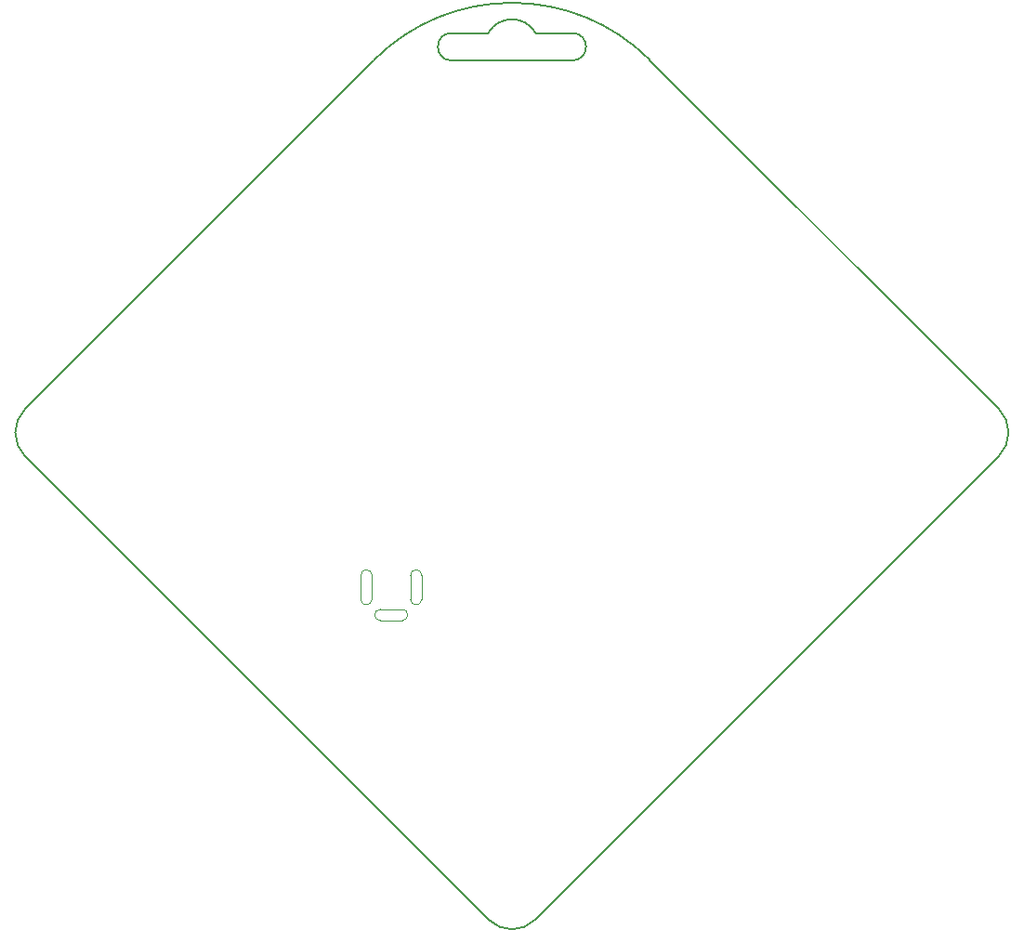
<source format=gm1>
G04 #@! TF.GenerationSoftware,KiCad,Pcbnew,7.0.8-7.0.8~ubuntu23.04.1*
G04 #@! TF.CreationDate,2023-11-14T21:47:51+00:00*
G04 #@! TF.ProjectId,demo-badge-2023,64656d6f-2d62-4616-9467-652d32303233,1*
G04 #@! TF.SameCoordinates,Original*
G04 #@! TF.FileFunction,Profile,NP*
%FSLAX46Y46*%
G04 Gerber Fmt 4.6, Leading zero omitted, Abs format (unit mm)*
G04 Created by KiCad (PCBNEW 7.0.8-7.0.8~ubuntu23.04.1) date 2023-11-14 21:47:51*
%MOMM*%
%LPD*%
G01*
G04 APERTURE LIST*
G04 #@! TA.AperFunction,Profile*
%ADD10C,0.100000*%
G04 #@! TD*
G04 #@! TA.AperFunction,Profile*
%ADD11C,0.150000*%
G04 #@! TD*
G04 APERTURE END LIST*
D10*
X121770400Y-101031200D02*
G75*
G03*
X120754400Y-101031200I-508000J0D01*
G01*
D11*
X85649991Y-85845011D02*
G75*
G03*
X85650001Y-90197999I2176509J-2176489D01*
G01*
X174350000Y-90198000D02*
X132121320Y-132416340D01*
X142568823Y-54065658D02*
X174350000Y-85845020D01*
X124500000Y-54109481D02*
X135500000Y-54109481D01*
D10*
X117249200Y-103215600D02*
X117249200Y-101031200D01*
D11*
X127834936Y-51609481D02*
X124500000Y-51609481D01*
D10*
X116233200Y-103215600D02*
G75*
G03*
X117249200Y-103215600I508000J0D01*
G01*
X120754400Y-101031200D02*
X120754400Y-103215600D01*
D11*
X132165063Y-51609481D02*
G75*
G03*
X127834937Y-51609481I-2165063J-1250001D01*
G01*
X174349990Y-90197990D02*
G75*
G03*
X174350000Y-85845020I-2176490J2176490D01*
G01*
D10*
X119992401Y-105146000D02*
G75*
G03*
X119992401Y-104130000I-1J508000D01*
G01*
D11*
X135500000Y-51609481D02*
X132165064Y-51609481D01*
X124500000Y-51609519D02*
G75*
G03*
X124500000Y-54109481I0J-1249981D01*
G01*
X127878680Y-132416340D02*
G75*
G03*
X132121320Y-132416340I2121320J2121318D01*
G01*
D10*
X116233200Y-101031200D02*
X116233200Y-103215600D01*
D11*
X135500000Y-54109519D02*
G75*
G03*
X135500000Y-51609481I0J1250019D01*
G01*
D10*
X118011200Y-105146000D02*
X119992401Y-105146000D01*
X117249200Y-101031200D02*
G75*
G03*
X116233200Y-101031200I-508000J0D01*
G01*
X118011200Y-104130000D02*
G75*
G03*
X118011200Y-105146000I0J-508000D01*
G01*
X121770400Y-103215600D02*
X121770400Y-101031200D01*
X120754400Y-103215600D02*
G75*
G03*
X121770400Y-103215600I508000J0D01*
G01*
D11*
X142568823Y-54065658D02*
G75*
G03*
X117431177Y-54065657I-12568823J-12568842D01*
G01*
D10*
X119992401Y-104130000D02*
X118011200Y-104130000D01*
D11*
X85650000Y-85845020D02*
X117431177Y-54065657D01*
X127878680Y-132416340D02*
X85650000Y-90198000D01*
M02*

</source>
